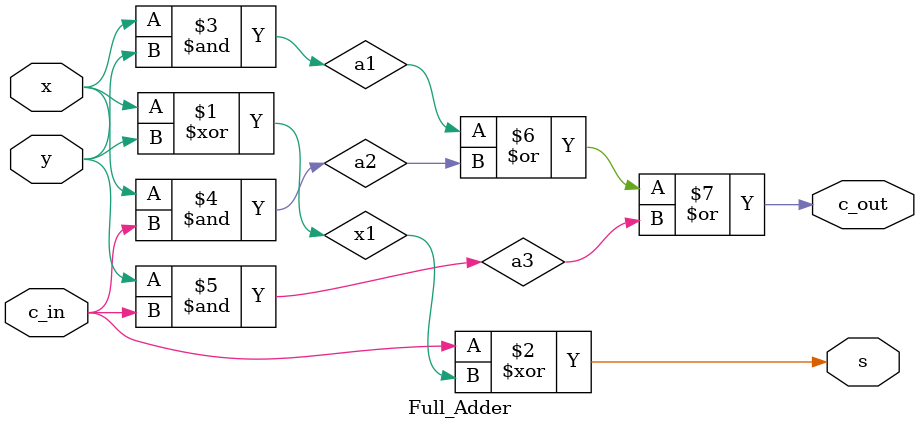
<source format=v>
module Full_Adder (
    x,y,c_in,c_out,s
);

input x,y,c_in;
output c_out,s;

wire x1,a1,a2,a3;

xor xor_x1(x1,x,y);
xor xor_x2(s,c_in,x1);
and and_a1(a1,x,y);
and and_a2(a2,x,c_in);
and and_a3(a3,y,c_in);
or or_o1(c_out,a1,a2,a3);

endmodule
</source>
